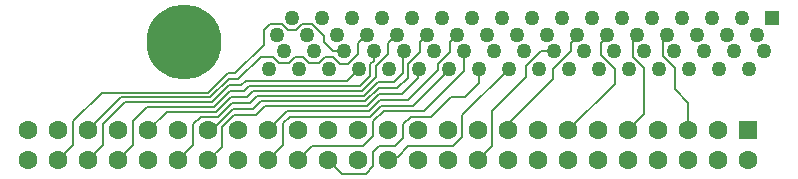
<source format=gbl>
G04*
G04 #@! TF.GenerationSoftware,Altium Limited,Altium Designer,20.2.6 (244)*
G04*
G04 Layer_Physical_Order=2*
G04 Layer_Color=16711680*
%FSAX24Y24*%
%MOIN*%
G70*
G04*
G04 #@! TF.SameCoordinates,CB3CE92A-2C73-40AF-8568-92EE87018610*
G04*
G04*
G04 #@! TF.FilePolarity,Positive*
G04*
G01*
G75*
%ADD11C,0.0080*%
%ADD20C,0.0630*%
%ADD21R,0.0630X0.0630*%
%ADD22C,0.0500*%
%ADD23R,0.0500X0.0500*%
%ADD24C,0.2500*%
D11*
X252939Y129815D02*
X253339Y130215D01*
X252492Y128715D02*
X252939Y129162D01*
Y129815D01*
X248939Y130965D02*
X252489D01*
X247989Y129212D02*
Y130015D01*
X248939Y130965D01*
X257889Y131523D02*
Y131915D01*
X257996Y132022D02*
Y132327D01*
X258014Y132345D01*
X257889Y131915D02*
X257996Y132022D01*
X258089Y131496D02*
Y131863D01*
X258489Y132263D01*
X258187Y130915D02*
X258939D01*
X259470Y131721D02*
X259514Y131765D01*
X258939Y130915D02*
X259470Y131446D01*
Y131721D01*
X262492Y129715D02*
Y129918D01*
X263989Y131415D01*
Y131763D01*
X252489Y130965D02*
X253139Y131615D01*
X254339Y132565D02*
Y133065D01*
X253139Y131615D02*
X253389D01*
X254339Y132565D01*
X253489Y131415D02*
X254239Y132165D01*
X253165Y131415D02*
X253489D01*
X254239Y132165D02*
X254639D01*
X249582Y130805D02*
X252555D01*
X253165Y131415D01*
X253579Y131205D02*
X253739Y131365D01*
X253182Y131205D02*
X253579D01*
X252622Y130645D02*
X253182Y131205D01*
X252688Y130485D02*
X253218Y131015D01*
X253689D02*
X253859Y131185D01*
X253218Y131015D02*
X253689D01*
X253789Y130815D02*
X253989Y131015D01*
X252754Y130325D02*
X253244Y130815D01*
X253789D01*
X253889Y130615D02*
X254119Y130845D01*
X253270Y130615D02*
X253889D01*
X252820Y130165D02*
X253270Y130615D01*
X253297Y130415D02*
X253989D01*
X252597Y129715D02*
X253297Y130415D01*
X253989D02*
X254249Y130675D01*
X253339Y130215D02*
X254089D01*
X254379Y130505D01*
X253739Y131365D02*
X257114D01*
X257514Y131765D01*
X253859Y131185D02*
X257551D01*
X253989Y131015D02*
X257608D01*
X254119Y130845D02*
X257664D01*
X254249Y130675D02*
X257720D01*
X254379Y130505D02*
X257777D01*
X257551Y131185D02*
X257889Y131523D01*
X257608Y131015D02*
X258089Y131496D01*
X257664Y130845D02*
X258134Y131315D01*
X257720Y130675D02*
X258160Y131115D01*
X257777Y130505D02*
X258187Y130915D01*
X254492Y129715D02*
Y129715D01*
X255112Y130335D01*
X257833D01*
X258213Y130715D01*
X255194Y130165D02*
X257889D01*
X254989Y129960D02*
X255194Y130165D01*
X257889D02*
X258249Y130525D01*
X260649Y129175D02*
X260949Y129475D01*
Y130200D02*
X262514Y131765D01*
X260949Y129475D02*
Y130200D01*
X267019Y130242D02*
Y131783D01*
X266492Y129715D02*
X267019Y130242D01*
X266639Y132163D02*
X267019Y131783D01*
X261492Y128715D02*
X261949Y129172D01*
Y130365D02*
X263079Y131495D01*
X261949Y129172D02*
Y130365D01*
X258794Y128820D02*
X259149Y129175D01*
X260649D01*
X257989Y128515D02*
Y128975D01*
X258699Y129175D02*
X258989Y129465D01*
X257989Y128975D02*
X258189Y129175D01*
X258699D01*
X255492Y128715D02*
X255952Y129175D01*
X257649D01*
X257989Y129515D01*
X263079Y131855D02*
X263569Y132345D01*
X263079Y131495D02*
Y131855D01*
X268492Y129715D02*
Y130632D01*
X268039Y131085D02*
Y131797D01*
Y131085D02*
X268492Y130632D01*
X267644Y132192D02*
X268039Y131797D01*
X264492Y129715D02*
X266039Y131262D01*
Y131765D01*
X265589Y132215D02*
X266039Y131765D01*
X252492Y129715D02*
X252597D01*
X251102Y130325D02*
X252754D01*
X249719Y130645D02*
X252622D01*
X250459Y130485D02*
X252688D01*
X252239Y130165D02*
X252820D01*
X248989Y129915D02*
X249719Y130645D01*
X249989Y130015D02*
X250459Y130485D01*
X251989Y129915D02*
X252239Y130165D01*
X248492Y129715D02*
X249582Y130805D01*
X250492Y129715D02*
X251102Y130325D01*
X248492Y128715D02*
X248989Y129212D01*
X249492Y128715D02*
X249989Y129212D01*
X251989Y129212D02*
Y129915D01*
X248989Y129212D02*
Y129915D01*
X249989Y129212D02*
Y130015D01*
X251492Y128715D02*
X251989Y129212D01*
X258339Y130365D02*
X259689D01*
X257989Y130015D02*
X258339Y130365D01*
X259689D02*
X261014Y131690D01*
X258989Y129915D02*
X259239Y130165D01*
X259914D01*
X258989Y129465D02*
Y129915D01*
X259914Y130165D02*
X260561Y130811D01*
X258492Y128715D02*
X258597Y128820D01*
X258794D01*
X261014Y131690D02*
Y132345D01*
X259316Y130525D02*
X260514Y131723D01*
X258249Y130525D02*
X259316D01*
X257989Y129515D02*
Y130015D01*
X256492Y128715D02*
X256942Y128265D01*
X257739D01*
X257989Y128515D01*
X258160Y131115D02*
X258789D01*
X258213Y130715D02*
X259139D01*
X258134Y131315D02*
X258689D01*
X259139Y130715D02*
X260139Y131715D01*
X261495Y131746D02*
X261514Y131765D01*
X261495Y131271D02*
Y131746D01*
X261036Y130811D02*
X261495Y131271D01*
X260561Y130811D02*
X261036D01*
X254989Y129212D02*
Y129960D01*
X260139Y131715D02*
Y131915D01*
X260514Y131723D02*
Y131765D01*
X254339Y133065D02*
X254539Y133265D01*
X258789Y131115D02*
X259139Y131465D01*
X258979Y131605D02*
Y132112D01*
X258689Y131315D02*
X258979Y131605D01*
X254639Y132165D02*
X254839Y131965D01*
X255189D01*
X255389Y132165D01*
X255639D01*
X255839Y131965D01*
X256189D01*
X256389Y132165D01*
X256639D01*
X256889Y131915D01*
X257141D01*
X256339Y132665D02*
X256659Y132345D01*
X256339Y132665D02*
Y132865D01*
X256659Y132345D02*
X257014D01*
X255939Y133265D02*
X256339Y132865D01*
X255620Y133265D02*
X255939D01*
X255420Y133065D02*
X255620Y133265D01*
X255139Y133065D02*
X255420D01*
X254939Y133265D02*
X255139Y133065D01*
X254539Y133265D02*
X254939D01*
X258489Y132263D02*
Y132610D01*
X258764Y132885D01*
X254492Y128715D02*
X254989Y129212D01*
X260539Y132660D02*
X260764Y132885D01*
X260539Y132315D02*
Y132660D01*
X257141Y131915D02*
X257489Y132263D01*
Y132610D02*
X257764Y132885D01*
X257489Y132263D02*
Y132610D01*
X259139Y131465D02*
Y131915D01*
X259539Y132315D02*
Y132653D01*
X259139Y131915D02*
X259539Y132315D01*
X259764Y132878D02*
Y132885D01*
X259539Y132653D02*
X259764Y132878D01*
X260139Y131915D02*
X260539Y132315D01*
X247492Y128715D02*
X247989Y129212D01*
X263989Y131763D02*
X264589Y132363D01*
Y132628D01*
X264764Y132803D01*
Y132885D01*
X263569Y132345D02*
X264014D01*
X265764Y132803D02*
Y132885D01*
X265589Y132628D02*
X265764Y132803D01*
X265589Y132215D02*
Y132628D01*
X266764Y132771D02*
Y132885D01*
X266639Y132646D02*
X266764Y132771D01*
X266639Y132163D02*
Y132646D01*
X267639Y132215D02*
X267644Y132210D01*
Y132192D02*
Y132210D01*
X267764Y132771D02*
Y132885D01*
X267639Y132646D02*
X267764Y132771D01*
X267639Y132215D02*
Y132646D01*
D20*
X251492Y128715D02*
D03*
X252492D02*
D03*
X253492Y128715D02*
D03*
X254492Y128715D02*
D03*
X251492Y129715D02*
D03*
X252492D02*
D03*
X253492Y129715D02*
D03*
X254492Y129715D02*
D03*
X255492Y128715D02*
D03*
X256492D02*
D03*
X257492D02*
D03*
X258492Y128715D02*
D03*
X255492Y129715D02*
D03*
X256492D02*
D03*
X257492D02*
D03*
X258492Y129715D02*
D03*
X259492Y128715D02*
D03*
Y129715D02*
D03*
X264492Y128715D02*
D03*
Y129715D02*
D03*
X265492Y128715D02*
D03*
X266492D02*
D03*
X265492Y129715D02*
D03*
X266492D02*
D03*
X267492Y128715D02*
D03*
Y129715D02*
D03*
X268492Y128715D02*
D03*
Y129715D02*
D03*
X269492Y128715D02*
D03*
Y129715D02*
D03*
X270492Y128715D02*
D03*
X263492Y129715D02*
D03*
X262492Y129715D02*
D03*
X263492Y128715D02*
D03*
X262492Y128715D02*
D03*
X261492Y129715D02*
D03*
X260492D02*
D03*
Y128715D02*
D03*
X261492D02*
D03*
X246492D02*
D03*
X247492D02*
D03*
X248492D02*
D03*
X249492Y128715D02*
D03*
X246492Y129715D02*
D03*
X247492D02*
D03*
X248492D02*
D03*
X249492Y129715D02*
D03*
X250492Y128715D02*
D03*
Y129715D02*
D03*
D21*
X270492D02*
D03*
D22*
X260514Y131765D02*
D03*
X261514D02*
D03*
X262514D02*
D03*
X263514D02*
D03*
X269514Y131765D02*
D03*
X268514Y131765D02*
D03*
X267514D02*
D03*
X266514D02*
D03*
X265514D02*
D03*
X264514D02*
D03*
X259514D02*
D03*
X258514D02*
D03*
X257514D02*
D03*
X256514D02*
D03*
X255514D02*
D03*
X261014Y132345D02*
D03*
X262014D02*
D03*
X263014D02*
D03*
X264014D02*
D03*
X270014D02*
D03*
X269014D02*
D03*
X268014D02*
D03*
X267014Y132345D02*
D03*
X266014Y132345D02*
D03*
X265014D02*
D03*
X260014D02*
D03*
X259014D02*
D03*
X258014Y132345D02*
D03*
X257014Y132345D02*
D03*
X256014D02*
D03*
X255014D02*
D03*
X270764Y132885D02*
D03*
X271014Y132345D02*
D03*
X270514Y131765D02*
D03*
X261764Y132885D02*
D03*
X260764Y132885D02*
D03*
X262764D02*
D03*
X263764D02*
D03*
X268764D02*
D03*
X267764D02*
D03*
X266764D02*
D03*
X265764Y132885D02*
D03*
X264764Y132885D02*
D03*
X259764D02*
D03*
X258764D02*
D03*
X257764D02*
D03*
X256764Y132885D02*
D03*
X255764Y132885D02*
D03*
X254764D02*
D03*
X269764D02*
D03*
X261264Y133465D02*
D03*
X262264D02*
D03*
X263264D02*
D03*
X264264D02*
D03*
X270264D02*
D03*
X269264D02*
D03*
X268264D02*
D03*
X267264D02*
D03*
X266264D02*
D03*
X265264D02*
D03*
X260264D02*
D03*
X259264D02*
D03*
X258264D02*
D03*
X257264D02*
D03*
X256264D02*
D03*
X255264D02*
D03*
X254514Y131765D02*
D03*
D23*
X271264Y133465D02*
D03*
D24*
X251689Y132665D02*
D03*
M02*

</source>
